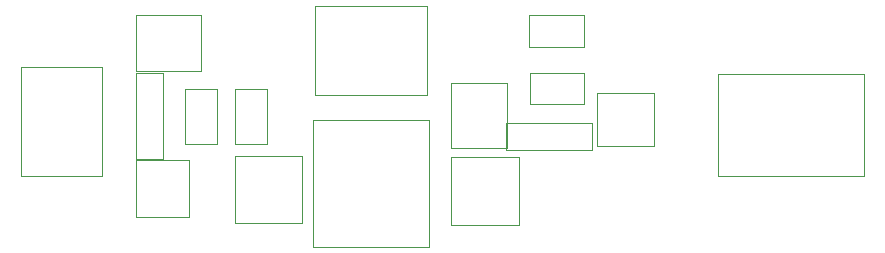
<source format=gbr>
G04 #@! TF.FileFunction,Other,User*
%FSLAX46Y46*%
G04 Gerber Fmt 4.6, Leading zero omitted, Abs format (unit mm)*
G04 Created by KiCad (PCBNEW 4.0.7) date Thursday, December 14, 2017 'PMt' 09:42:57 PM*
%MOMM*%
%LPD*%
G01*
G04 APERTURE LIST*
%ADD10C,0.100000*%
%ADD11C,0.050000*%
G04 APERTURE END LIST*
D10*
D11*
X170552100Y-108030300D02*
X167852100Y-108030300D01*
X167852100Y-108030300D02*
X167852100Y-112630300D01*
X167852100Y-112630300D02*
X170552100Y-112630300D01*
X170552100Y-112630300D02*
X170552100Y-108030300D01*
X174743100Y-108030300D02*
X172043100Y-108030300D01*
X172043100Y-108030300D02*
X172043100Y-112630300D01*
X172043100Y-112630300D02*
X174743100Y-112630300D01*
X174743100Y-112630300D02*
X174743100Y-108030300D01*
X197006500Y-106600000D02*
X197006500Y-109300000D01*
X197006500Y-109300000D02*
X201606500Y-109300000D01*
X201606500Y-109300000D02*
X201606500Y-106600000D01*
X201606500Y-106600000D02*
X197006500Y-106600000D01*
X196993800Y-101761300D02*
X196993800Y-104461300D01*
X196993800Y-104461300D02*
X201593800Y-104461300D01*
X201593800Y-104461300D02*
X201593800Y-101761300D01*
X201593800Y-101761300D02*
X196993800Y-101761300D01*
X160832000Y-106144000D02*
X160832000Y-115344000D01*
X160832000Y-115344000D02*
X153982000Y-115344000D01*
X153982000Y-115344000D02*
X153982000Y-106144000D01*
X153982000Y-106144000D02*
X160832000Y-106144000D01*
X188090000Y-108489000D02*
X188340000Y-108489000D01*
X188340000Y-108489000D02*
X188340000Y-108239000D01*
X188090000Y-100989000D02*
X188340000Y-100989000D01*
X188340000Y-100989000D02*
X188340000Y-101239000D01*
X178840000Y-101239000D02*
X178840000Y-100989000D01*
X178840000Y-100989000D02*
X179090000Y-100989000D01*
X178840000Y-108239000D02*
X178840000Y-108489000D01*
X178840000Y-108489000D02*
X179090000Y-108489000D01*
X179090000Y-100989000D02*
X188090000Y-100989000D01*
X178840000Y-108239000D02*
X178840000Y-101239000D01*
X188090000Y-108489000D02*
X179090000Y-108489000D01*
X188340000Y-101239000D02*
X188340000Y-108239000D01*
X163716200Y-101765600D02*
X169176200Y-101765600D01*
X163716200Y-101765600D02*
X163716200Y-106505600D01*
X169176200Y-106505600D02*
X169176200Y-101765600D01*
X169176200Y-106505600D02*
X163716200Y-106505600D01*
X178681200Y-110641800D02*
X178681200Y-121341800D01*
X178681200Y-121341800D02*
X188481200Y-121341800D01*
X188481200Y-121341800D02*
X188481200Y-110641800D01*
X188481200Y-110641800D02*
X178681200Y-110641800D01*
X190322700Y-112966000D02*
X190322700Y-107506000D01*
X190322700Y-112966000D02*
X195062700Y-112966000D01*
X195062700Y-107506000D02*
X190322700Y-107506000D01*
X195062700Y-107506000D02*
X195062700Y-112966000D01*
X212982400Y-106746900D02*
X212982400Y-115396900D01*
X212982400Y-115396900D02*
X225332400Y-115396900D01*
X225332400Y-115396900D02*
X225332400Y-106746900D01*
X225332400Y-106746900D02*
X212982400Y-106746900D01*
X177754400Y-113677900D02*
X172054400Y-113677900D01*
X172054400Y-113677900D02*
X172054400Y-119377900D01*
X172054400Y-119377900D02*
X177754400Y-119377900D01*
X177754400Y-119377900D02*
X177754400Y-113677900D01*
X196080500Y-113779500D02*
X190380500Y-113779500D01*
X190380500Y-113779500D02*
X190380500Y-119479500D01*
X190380500Y-119479500D02*
X196080500Y-119479500D01*
X196080500Y-119479500D02*
X196080500Y-113779500D01*
X163713600Y-118828200D02*
X168213600Y-118828200D01*
X168213600Y-118828200D02*
X168213600Y-113978200D01*
X168213600Y-113978200D02*
X163713600Y-113978200D01*
X163713600Y-113978200D02*
X163713600Y-118828200D01*
X207575800Y-112841600D02*
X207575800Y-108341600D01*
X207575800Y-108341600D02*
X202725800Y-108341600D01*
X202725800Y-108341600D02*
X202725800Y-112841600D01*
X202725800Y-112841600D02*
X207575800Y-112841600D01*
X165996000Y-106673000D02*
X163696000Y-106673000D01*
X163696000Y-106673000D02*
X163696000Y-113923000D01*
X163696000Y-113923000D02*
X165996000Y-113923000D01*
X165996000Y-113923000D02*
X165996000Y-106673000D01*
X195052300Y-110864000D02*
X195052300Y-113164000D01*
X195052300Y-113164000D02*
X202302300Y-113164000D01*
X202302300Y-113164000D02*
X202302300Y-110864000D01*
X202302300Y-110864000D02*
X195052300Y-110864000D01*
M02*

</source>
